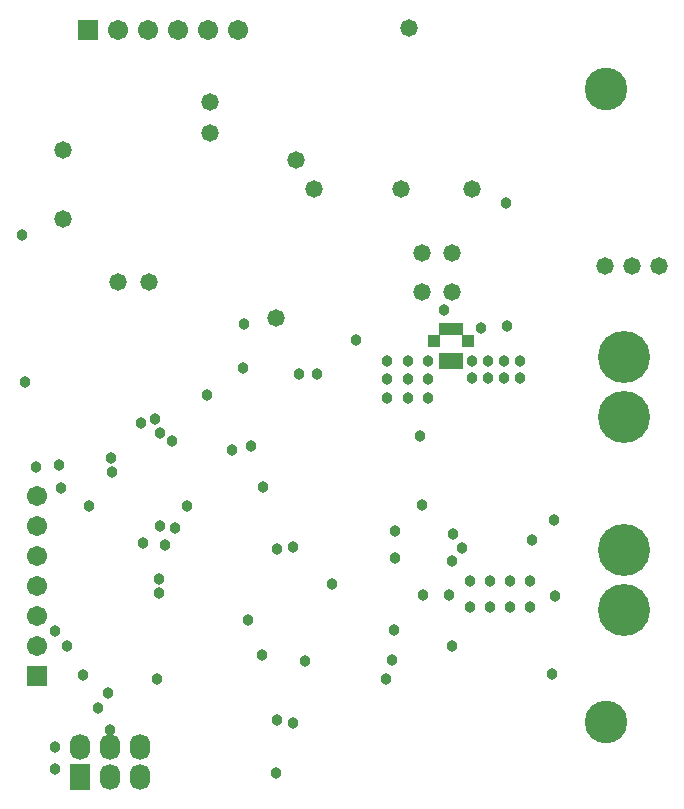
<source format=gbs>
G04*
G04 #@! TF.GenerationSoftware,Altium Limited,Altium Designer,21.0.9 (235)*
G04*
G04 Layer_Color=16711935*
%FSLAX25Y25*%
%MOIN*%
G70*
G04*
G04 #@! TF.SameCoordinates,CCBB63D4-E8DD-42B9-A150-1630AA2F812C*
G04*
G04*
G04 #@! TF.FilePolarity,Negative*
G04*
G01*
G75*
%ADD68R,0.06706X0.08674*%
%ADD69O,0.06706X0.08674*%
%ADD70C,0.06706*%
%ADD71R,0.06706X0.06706*%
%ADD72R,0.06706X0.06706*%
%ADD73C,0.17335*%
%ADD74C,0.03800*%
%ADD75C,0.14186*%
%ADD76C,0.05800*%
%ADD92R,0.04147X0.01981*%
%ADD93R,0.01981X0.04147*%
%ADD94R,0.03950X0.05800*%
D68*
X32000Y18500D02*
D03*
D69*
Y28500D02*
D03*
X42000Y18500D02*
D03*
Y28500D02*
D03*
X52000Y18500D02*
D03*
Y28500D02*
D03*
D70*
X17500Y112000D02*
D03*
Y102000D02*
D03*
Y92000D02*
D03*
Y82000D02*
D03*
Y62000D02*
D03*
Y72000D02*
D03*
X84500Y267500D02*
D03*
X74500D02*
D03*
X64500D02*
D03*
X54500D02*
D03*
X44500D02*
D03*
D71*
X17500Y52000D02*
D03*
D72*
X34500Y267500D02*
D03*
D73*
X213200Y73974D02*
D03*
Y93974D02*
D03*
Y138500D02*
D03*
Y158500D02*
D03*
D74*
X145900Y109100D02*
D03*
X87750Y70900D02*
D03*
X153245Y174176D02*
D03*
X165500Y168100D02*
D03*
X173115Y157000D02*
D03*
X178422D02*
D03*
X173115Y151500D02*
D03*
X178422D02*
D03*
X162500Y157000D02*
D03*
X167807D02*
D03*
X162500Y151500D02*
D03*
X167807D02*
D03*
X134300Y144800D02*
D03*
Y157200D02*
D03*
Y151000D02*
D03*
X141100Y144800D02*
D03*
X147900D02*
D03*
Y151000D02*
D03*
X141100D02*
D03*
X147900Y157200D02*
D03*
X141100D02*
D03*
X97200Y19700D02*
D03*
X57400Y51000D02*
D03*
X102800Y36400D02*
D03*
X106900Y57235D02*
D03*
X97600Y37500D02*
D03*
X58300Y79800D02*
D03*
Y84400D02*
D03*
X32750Y52250D02*
D03*
X60200Y95600D02*
D03*
X116000Y82721D02*
D03*
X173700Y209700D02*
D03*
X86400Y169300D02*
D03*
X136400Y67274D02*
D03*
X135917Y57241D02*
D03*
X88900Y128700D02*
D03*
X156300Y99300D02*
D03*
X145200Y132100D02*
D03*
X189300Y52900D02*
D03*
X189900Y104100D02*
D03*
X67500Y108900D02*
D03*
X86100Y154900D02*
D03*
X74059Y145700D02*
D03*
X82400Y127500D02*
D03*
X174200Y168600D02*
D03*
X104800Y152800D02*
D03*
X25000Y122500D02*
D03*
X25400Y114600D02*
D03*
X17200Y121800D02*
D03*
X182673Y97400D02*
D03*
X159200Y94800D02*
D03*
X154900Y79200D02*
D03*
X146300D02*
D03*
X168515Y75070D02*
D03*
X161848D02*
D03*
X168515Y83582D02*
D03*
X175181D02*
D03*
Y75070D02*
D03*
X181848Y83582D02*
D03*
Y75070D02*
D03*
X161848Y83582D02*
D03*
X136700Y91339D02*
D03*
X133817Y51041D02*
D03*
X190100Y78900D02*
D03*
X92500Y59000D02*
D03*
X97500Y94500D02*
D03*
X136700Y100415D02*
D03*
X62500Y130500D02*
D03*
X63500Y101500D02*
D03*
X58500Y133000D02*
D03*
X56727Y137727D02*
D03*
X52047Y136453D02*
D03*
X156000Y90500D02*
D03*
X23500Y28500D02*
D03*
Y21000D02*
D03*
X103000Y95000D02*
D03*
X124000Y164000D02*
D03*
X42000Y34000D02*
D03*
X38000Y41500D02*
D03*
X41255Y46455D02*
D03*
X27500Y62000D02*
D03*
X23500Y67000D02*
D03*
X12516Y198984D02*
D03*
X13500Y149969D02*
D03*
X110900Y152800D02*
D03*
X92700Y114974D02*
D03*
X155700Y62200D02*
D03*
X34769Y108731D02*
D03*
X58500Y102000D02*
D03*
X42500Y120000D02*
D03*
X42297Y124703D02*
D03*
X53000Y96500D02*
D03*
D75*
X207200Y36700D02*
D03*
Y247600D02*
D03*
D76*
X145900Y180100D02*
D03*
X141400Y268100D02*
D03*
X155900Y193100D02*
D03*
X145900D02*
D03*
X155900Y180100D02*
D03*
X139000Y214500D02*
D03*
X104000Y224000D02*
D03*
X215750Y188800D02*
D03*
X75200Y243400D02*
D03*
Y233200D02*
D03*
X26100Y204300D02*
D03*
X97200Y171300D02*
D03*
X54984Y183484D02*
D03*
X44500Y183500D02*
D03*
X110000Y214300D02*
D03*
X206700Y188800D02*
D03*
X224800D02*
D03*
X26100Y227400D02*
D03*
X162500Y214484D02*
D03*
D92*
X161209Y162891D02*
D03*
Y164859D02*
D03*
X149791D02*
D03*
Y162891D02*
D03*
D93*
X152547Y167615D02*
D03*
X158453D02*
D03*
X156484D02*
D03*
X154516D02*
D03*
D94*
X157468Y156985D02*
D03*
X153532D02*
D03*
M02*

</source>
